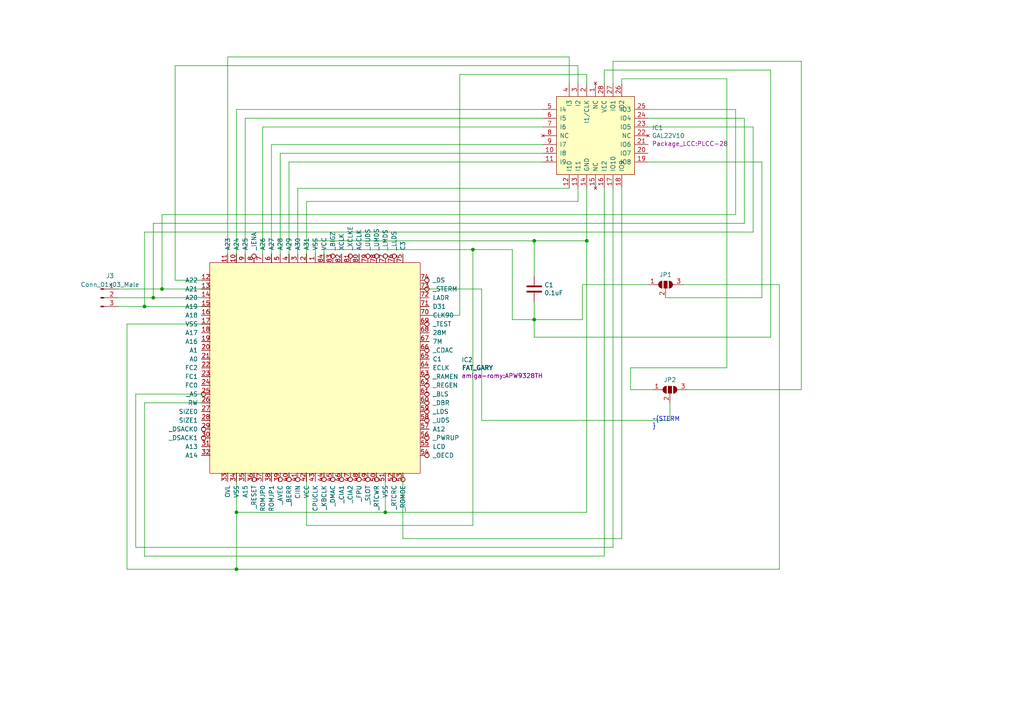
<source format=kicad_sch>
(kicad_sch (version 20210406) (generator eeschema)
  (paper "A4")
  (title_block (title "A4K Romy replacement") (date "2020-08-29") (rev "A") (company "https://amiga.technology/") (comment 4 "Re-implementation of A4k ROMY"))
  (lib_symbols
    (symbol "Connector:Conn_01x03_Male" (pin_names (offset 1.016) hide)
      (property "Reference" "J" (at 0 5.08 0))
      (property "Value" "Conn_01x03_Male" (at 0 -5.08 0))
      (symbol "Conn_01x03_Male_1_1"
        (rectangle (start 0.8636 -2.413) (end 0 -2.667) (stroke (width 0.1524)) (fill (type outline)))
        (rectangle (start 0.8636 0.127) (end 0 -0.127) (stroke (width 0.1524)) (fill (type outline)))
        (rectangle (start 0.8636 2.667) (end 0 2.413) (stroke (width 0.1524)) (fill (type outline)))
        (polyline (pts (xy 1.27 -2.54) (xy 0.8636 -2.54)) (stroke (width 0.1524)))
        (polyline (pts (xy 1.27 0) (xy 0.8636 0)) (stroke (width 0.1524)))
        (polyline (pts (xy 1.27 2.54) (xy 0.8636 2.54)) (stroke (width 0.1524)))
        (pin passive line (at 5.08 2.54 180) (length 3.81) (name "Pin_1") (number "1"))
        (pin passive line (at 5.08 0 180) (length 3.81) (name "Pin_2") (number "2"))
        (pin passive line (at 5.08 -2.54 180) (length 3.81) (name "Pin_3") (number "3"))
      )
    )
    (symbol "Device:C" (pin_numbers hide) (pin_names (offset 0.254))
      (property "Reference" "C" (at 0.635 2.54 0))
      (property "Value" "C" (at 0.635 -2.54 0))
      (symbol "C_0_1"
        (polyline (pts (xy -2.032 -0.762) (xy 2.032 -0.762)) (stroke (width 0.508)))
        (polyline (pts (xy -2.032 0.762) (xy 2.032 0.762)) (stroke (width 0.508)))
      )
      (symbol "C_1_1"
        (pin passive line (at 0 3.81 270) (length 2.794) (name "~") (number "1"))
        (pin passive line (at 0 -3.81 90) (length 2.794) (name "~") (number "2"))
      )
    )
    (symbol "Jumper:SolderJumper_3_Open" (pin_names (offset 0) hide)
      (property "Reference" "JP" (at -2.54 -2.54 0))
      (property "Value" "SolderJumper_3_Open" (at 0 2.794 0))
      (symbol "SolderJumper_3_Open_0_1"
        (arc (start -1.016 1.016) (end -1.016 -1.016) (radius (at -1.016 0) (length 1.016) (angles 90.1 -90.1)))
        (arc (start 1.016 -1.016) (end 1.016 1.016) (radius (at 1.016 0) (length 1.016) (angles -89.9 89.9)))
        (arc (start -1.016 1.016) (end -1.016 -1.016) (radius (at -1.016 0) (length 1.016) (angles 90.1 -90.1)) (fill (type outline)))
        (arc (start 1.016 -1.016) (end 1.016 1.016) (radius (at 1.016 0) (length 1.016) (angles -89.9 89.9)) (fill (type outline)))
        (rectangle (start -0.508 1.016) (end 0.508 -1.016) (fill (type outline)))
        (polyline (pts (xy -2.54 0) (xy -2.032 0)))
        (polyline (pts (xy -1.016 1.016) (xy -1.016 -1.016)))
        (polyline (pts (xy 0 -1.27) (xy 0 -1.016)))
        (polyline (pts (xy 1.016 1.016) (xy 1.016 -1.016)))
        (polyline (pts (xy 2.54 0) (xy 2.032 0)))
      )
      (symbol "SolderJumper_3_Open_1_1"
        (pin passive line (at -5.08 0 0) (length 2.54) (name "A") (number "1"))
        (pin input line (at 0 -3.81 90) (length 2.54) (name "C") (number "2"))
        (pin passive line (at 5.08 0 180) (length 2.54) (name "B") (number "3"))
      )
    )
    (symbol "amiga-chips:FAT_GARY" (pin_names (offset 1.016))
      (property "Reference" "U" (at 0 -1.27 0))
      (property "Value" "FAT_GARY" (at 0 1.27 0))
      (symbol "FAT_GARY_0_0"
        (pin power_in line (at 0 30.48 90) (length 2.54) (name "VSS") (number "1"))
        (pin bidirectional line (at -22.86 30.48 90) (length 2.54) (name "A24") (number "10"))
        (pin input line (at -25.4 30.48 90) (length 2.54) (name "A23") (number "11"))
        (pin input line (at -30.48 25.4 180) (length 2.54) (name "A22") (number "12"))
        (pin input line (at -30.48 22.86 180) (length 2.54) (name "A21") (number "13"))
        (pin input line (at -30.48 20.32 180) (length 2.54) (name "A20") (number "14"))
        (pin input line (at -30.48 17.78 180) (length 2.54) (name "A19") (number "15"))
        (pin input line (at -30.48 15.24 180) (length 2.54) (name "A18") (number "16"))
        (pin power_in line (at -30.48 12.7 180) (length 2.54) (name "VSS") (number "17"))
        (pin input line (at -30.48 10.16 180) (length 2.54) (name "A17") (number "18"))
        (pin input line (at -30.48 7.62 180) (length 2.54) (name "A16") (number "19"))
        (pin bidirectional line (at -2.54 30.48 90) (length 2.54) (name "A31") (number "2"))
        (pin input line (at -30.48 5.08 180) (length 2.54) (name "A1") (number "20"))
        (pin input line (at -30.48 2.54 180) (length 2.54) (name "A0") (number "21"))
        (pin input line (at -30.48 0 180) (length 2.54) (name "FC2") (number "22"))
        (pin input line (at -30.48 -2.54 180) (length 2.54) (name "FC1") (number "23"))
        (pin input line (at -30.48 -5.08 180) (length 2.54) (name "FC0") (number "24"))
        (pin input inverted (at -30.48 -7.62 180) (length 2.54) (name "_AS") (number "25"))
        (pin input line (at -30.48 -10.16 180) (length 2.54) (name "RW") (number "26"))
        (pin input line (at -30.48 -12.7 180) (length 2.54) (name "SIZE0") (number "27"))
        (pin input line (at -30.48 -15.24 180) (length 2.54) (name "SIZE1") (number "28"))
        (pin output inverted (at -30.48 -17.78 180) (length 2.54) (name "_DSACK0") (number "29"))
        (pin bidirectional line (at -5.08 30.48 90) (length 2.54) (name "A30") (number "3"))
        (pin output inverted (at -30.48 -20.32 180) (length 2.54) (name "_DSACK1") (number "30"))
        (pin input line (at -30.48 -22.86 180) (length 2.54) (name "A13") (number "31"))
        (pin input line (at -30.48 -25.4 180) (length 2.54) (name "A14") (number "32"))
        (pin input line (at -25.4 -30.48 270) (length 2.54) (name "OVL") (number "33"))
        (pin power_in line (at -22.86 -30.48 270) (length 2.54) (name "VSS") (number "34"))
        (pin input line (at -20.32 -30.48 270) (length 2.54) (name "A15") (number "35"))
        (pin bidirectional inverted (at -17.78 -30.48 270) (length 2.54) (name "_RESET") (number "36"))
        (pin input line (at -15.24 -30.48 270) (length 2.54) (name "ROMJP0") (number "37"))
        (pin input line (at -12.7 -30.48 270) (length 2.54) (name "ROMJP1") (number "38"))
        (pin output inverted (at -10.16 -30.48 270) (length 2.54) (name "_AVEC") (number "39"))
        (pin bidirectional line (at -7.62 30.48 90) (length 2.54) (name "A29") (number "4"))
        (pin output inverted (at -7.62 -30.48 270) (length 2.54) (name "_BERR") (number "40"))
        (pin output inverted (at -5.08 -30.48 270) (length 2.54) (name "CIIN") (number "41"))
        (pin power_in line (at -2.54 -30.48 270) (length 2.54) (name "VCC") (number "42"))
        (pin input line (at 0 -30.48 270) (length 2.54) (name "CPUCLK") (number "43"))
        (pin input inverted (at 2.54 -30.48 270) (length 2.54) (name "_KBCLK") (number "44"))
        (pin output inverted (at 5.08 -30.48 270) (length 2.54) (name "_DMAC") (number "45"))
        (pin output inverted (at 7.62 -30.48 270) (length 2.54) (name "_CIA1") (number "46"))
        (pin output inverted (at 10.16 -30.48 270) (length 2.54) (name "_CIA2") (number "47"))
        (pin output inverted (at 12.7 -30.48 270) (length 2.54) (name "_FPU") (number "48"))
        (pin output inverted (at 15.24 -30.48 270) (length 2.54) (name "_SLOT") (number "49"))
        (pin bidirectional line (at -10.16 30.48 90) (length 2.54) (name "A28") (number "5"))
        (pin output inverted (at 17.78 -30.48 270) (length 2.54) (name "_RTCWR") (number "50"))
        (pin power_in line (at 20.32 -30.48 270) (length 2.54) (name "VSS") (number "51"))
        (pin output inverted (at 22.86 -30.48 270) (length 2.54) (name "_RTCRC") (number "52"))
        (pin output inverted (at 25.4 -30.48 270) (length 2.54) (name "_ROMOE") (number "53"))
        (pin output inverted (at 30.48 -25.4 0) (length 2.54) (name "_OECD") (number "54"))
        (pin output line (at 30.48 -22.86 0) (length 2.54) (name "LCD") (number "55"))
        (pin input inverted (at 30.48 -20.32 0) (length 2.54) (name "_PWRUP") (number "56"))
        (pin input line (at 30.48 -17.78 0) (length 2.54) (name "A12") (number "57"))
        (pin output inverted (at 30.48 -15.24 0) (length 2.54) (name "_UDS") (number "58"))
        (pin output inverted (at 30.48 -12.7 0) (length 2.54) (name "_LDS") (number "59"))
        (pin bidirectional line (at -12.7 30.48 90) (length 2.54) (name "A27") (number "6"))
        (pin input inverted (at 30.48 -10.16 0) (length 2.54) (name "_DBR") (number "60"))
        (pin output inverted (at 30.48 -7.62 0) (length 2.54) (name "_BLS") (number "61"))
        (pin output inverted (at 30.48 -5.08 0) (length 2.54) (name "_REGEN") (number "62"))
        (pin output inverted (at 30.48 -2.54 0) (length 2.54) (name "_RAMEN") (number "63"))
        (pin output line (at 30.48 0 0) (length 2.54) (name "ECLK") (number "64"))
        (pin input line (at 30.48 2.54 0) (length 2.54) (name "C1") (number "65"))
        (pin input inverted (at 30.48 5.08 0) (length 2.54) (name "_CDAC") (number "66"))
        (pin input line (at 30.48 7.62 0) (length 2.54) (name "7M") (number "67"))
        (pin input line (at 30.48 10.16 0) (length 2.54) (name "28M") (number "68"))
        (pin input inverted (at 30.48 12.7 0) (length 2.54) (name "_TEST") (number "69"))
        (pin bidirectional line (at -15.24 30.48 90) (length 2.54) (name "A26") (number "7"))
        (pin input line (at 30.48 15.24 0) (length 2.54) (name "CLK90") (number "70"))
        (pin bidirectional line (at 30.48 17.78 0) (length 2.54) (name "D31") (number "71"))
        (pin output line (at 30.48 20.32 0) (length 2.54) (name "LADR") (number "72"))
        (pin output inverted (at 30.48 22.86 0) (length 2.54) (name "_STERM") (number "73"))
        (pin input inverted (at 30.48 25.4 0) (length 2.54) (name "_DS") (number "74"))
        (pin input line (at 25.4 30.48 90) (length 2.54) (name "C3") (number "75"))
        (pin output inverted (at 22.86 30.48 90) (length 2.54) (name "_LLDS") (number "76"))
        (pin output inverted (at 20.32 30.48 90) (length 2.54) (name "_LMDS") (number "77"))
        (pin output inverted (at 17.78 30.48 90) (length 2.54) (name "_UMDS") (number "78"))
        (pin output inverted (at 15.24 30.48 90) (length 2.54) (name "_UUDS") (number "79"))
        (pin output inverted (at -17.78 30.48 90) (length 2.54) (name "_IENA") (number "8"))
        (pin output line (at 12.7 30.48 90) (length 2.54) (name "AGCLK") (number "80"))
        (pin input inverted (at 10.16 30.48 90) (length 2.54) (name "_XCLKE") (number "81"))
        (pin input line (at 7.62 30.48 90) (length 2.54) (name "XCLK") (number "82"))
        (pin input inverted (at 5.08 30.48 90) (length 2.54) (name "_BIGZ") (number "83"))
        (pin power_in line (at 2.54 30.48 90) (length 2.54) (name "VCC") (number "84"))
        (pin bidirectional line (at -20.32 30.48 90) (length 2.54) (name "A25") (number "9"))
      )
      (symbol "FAT_GARY_0_1"
        (rectangle (start -30.5816 -30.5816) (end 30.4292 30.48) (fill (type background)))
      )
    )
    (symbol "amiga-chips:GAL22V10" (pin_names (offset 1.016))
      (property "Reference" "U" (at -2.54 -2.54 0))
      (property "Value" "GAL22V10" (at -4.572 0 0))
      (symbol "GAL22V10_0_0"
        (pin input line (at -15.24 -5.08 0) (length 3.81) (name "I8") (number "10"))
        (pin tri_state line (at 15.24 -5.08 180) (length 3.81) (name "IO7") (number "20"))
      )
      (symbol "GAL22V10_0_1"
        (rectangle (start -11.3284 11.3792) (end 11.3284 -11.2776) (fill (type background)))
      )
      (symbol "GAL22V10_1_1"
        (pin no_connect line (at 0 15.24 270) (length 3.81) (name "NC") (number "1"))
        (pin input line (at -15.24 -7.62 0) (length 3.81) (name "I9") (number "11"))
        (pin input line (at -7.62 -15.24 90) (length 3.81) (name "I10") (number "12"))
        (pin input line (at -5.08 -15.24 90) (length 3.81) (name "I11") (number "13"))
        (pin power_in line (at -2.54 -15.24 90) (length 3.81) (name "GND") (number "14"))
        (pin no_connect line (at 0 -15.24 90) (length 3.81) (name "NC") (number "15"))
        (pin input line (at 2.54 -15.24 90) (length 3.81) (name "I12") (number "16"))
        (pin tri_state line (at 5.08 -15.24 90) (length 3.81) (name "IO10") (number "17"))
        (pin tri_state line (at 7.62 -15.24 90) (length 3.81) (name "IO9") (number "18"))
        (pin tri_state line (at 15.24 -7.62 180) (length 3.81) (name "IO8") (number "19"))
        (pin input line (at -2.54 15.24 270) (length 3.81) (name "I1/CLK") (number "2"))
        (pin tri_state line (at 15.24 -2.54 180) (length 3.81) (name "IO6") (number "21"))
        (pin no_connect line (at 15.24 0 180) (length 3.81) (name "NC") (number "22"))
        (pin tri_state line (at 15.24 2.54 180) (length 3.81) (name "IO5") (number "23"))
        (pin tri_state line (at 15.24 5.08 180) (length 3.81) (name "IO4") (number "24"))
        (pin tri_state line (at 15.24 7.62 180) (length 3.81) (name "IO3") (number "25"))
        (pin tri_state line (at 7.62 15.24 270) (length 3.81) (name "IO2") (number "26"))
        (pin tri_state line (at 5.08 15.24 270) (length 3.81) (name "IO1") (number "27"))
        (pin power_in line (at 2.54 15.24 270) (length 3.81) (name "VCC") (number "28"))
        (pin input line (at -5.08 15.24 270) (length 3.81) (name "I2") (number "3"))
        (pin input line (at -7.62 15.24 270) (length 3.81) (name "I3") (number "4"))
        (pin input line (at -15.24 7.62 0) (length 3.81) (name "I4") (number "5"))
        (pin input line (at -15.24 5.08 0) (length 3.81) (name "I5") (number "6"))
        (pin input line (at -15.24 2.54 0) (length 3.81) (name "I6") (number "7"))
        (pin no_connect line (at -15.24 0 0) (length 3.81) (name "NC") (number "8"))
        (pin input line (at -15.24 -2.54 0) (length 3.81) (name "I7") (number "9"))
      )
    )
  )
  (junction (at 41.91 88.9) (diameter 0.9144))
  (junction (at 44.45 86.36) (diameter 0.9144))
  (junction (at 46.99 83.82) (diameter 0.9144))
  (junction (at 68.58 148.59) (diameter 0.9144))
  (junction (at 68.58 165.1) (diameter 0.9144))
  (junction (at 111.76 148.59) (diameter 0.9144))
  (junction (at 137.16 72.39) (diameter 0.9144))
  (junction (at 154.94 69.85) (diameter 0.9144))
  (junction (at 154.94 92.71) (diameter 0.9144))
  (junction (at 170.18 69.85) (diameter 0.9144))
  (wire (pts (xy 34.29 83.82) (xy 46.99 83.82)))
  (wire (pts (xy 34.29 86.36) (xy 44.45 86.36)))
  (wire (pts (xy 34.29 88.9) (xy 41.91 88.9)))
  (wire (pts (xy 36.83 93.98) (xy 60.96 93.98)))
  (wire (pts (xy 36.83 165.1) (xy 36.83 93.98)))
  (wire (pts (xy 39.37 114.3) (xy 60.96 114.3)))
  (wire (pts (xy 39.37 158.75) (xy 39.37 114.3)))
  (wire (pts (xy 41.91 67.31) (xy 41.91 88.9)))
  (wire (pts (xy 41.91 88.9) (xy 60.96 88.9)))
  (wire (pts (xy 41.91 116.84) (xy 60.96 116.84)))
  (wire (pts (xy 41.91 161.29) (xy 41.91 116.84)))
  (wire (pts (xy 44.45 64.77) (xy 44.45 86.36)))
  (wire (pts (xy 44.45 86.36) (xy 60.96 86.36)))
  (wire (pts (xy 46.99 62.23) (xy 46.99 83.82)))
  (wire (pts (xy 46.99 83.82) (xy 60.96 83.82)))
  (wire (pts (xy 50.8 19.05) (xy 50.8 81.28)))
  (wire (pts (xy 50.8 81.28) (xy 60.96 81.28)))
  (wire (pts (xy 66.04 16.51) (xy 66.04 76.2)))
  (wire (pts (xy 68.58 31.75) (xy 68.58 76.2)))
  (wire (pts (xy 68.58 137.16) (xy 68.58 148.59)))
  (wire (pts (xy 68.58 148.59) (xy 68.58 165.1)))
  (wire (pts (xy 68.58 165.1) (xy 36.83 165.1)))
  (wire (pts (xy 71.12 34.29) (xy 71.12 76.2)))
  (wire (pts (xy 76.2 36.83) (xy 76.2 76.2)))
  (wire (pts (xy 78.74 41.91) (xy 78.74 76.2)))
  (wire (pts (xy 81.28 44.45) (xy 81.28 76.2)))
  (wire (pts (xy 83.82 46.99) (xy 83.82 76.2)))
  (wire (pts (xy 86.36 54.61) (xy 86.36 76.2)))
  (wire (pts (xy 88.9 58.42) (xy 88.9 76.2)))
  (wire (pts (xy 88.9 152.4) (xy 88.9 137.16)))
  (wire (pts (xy 91.44 69.85) (xy 154.94 69.85)))
  (wire (pts (xy 91.44 76.2) (xy 91.44 69.85)))
  (wire (pts (xy 93.98 72.39) (xy 137.16 72.39)))
  (wire (pts (xy 93.98 76.2) (xy 93.98 72.39)))
  (wire (pts (xy 111.76 148.59) (xy 68.58 148.59)))
  (wire (pts (xy 111.76 148.59) (xy 111.76 137.16)))
  (wire (pts (xy 116.84 156.21) (xy 116.84 137.16)))
  (wire (pts (xy 121.92 83.82) (xy 139.7 83.82)))
  (wire (pts (xy 133.35 21.59) (xy 133.35 91.44)))
  (wire (pts (xy 133.35 91.44) (xy 121.92 91.44)))
  (wire (pts (xy 137.16 72.39) (xy 137.16 152.4)))
  (wire (pts (xy 137.16 72.39) (xy 148.59 72.39)))
  (wire (pts (xy 137.16 152.4) (xy 88.9 152.4)))
  (wire (pts (xy 139.7 83.82) (xy 139.7 121.92)))
  (wire (pts (xy 139.7 121.92) (xy 194.31 121.92)))
  (wire (pts (xy 148.59 72.39) (xy 148.59 92.71)))
  (wire (pts (xy 148.59 92.71) (xy 154.94 92.71)))
  (wire (pts (xy 154.94 69.85) (xy 154.94 80.01)))
  (wire (pts (xy 154.94 69.85) (xy 170.18 69.85)))
  (wire (pts (xy 154.94 92.71) (xy 154.94 87.63)))
  (wire (pts (xy 154.94 92.71) (xy 168.91 92.71)))
  (wire (pts (xy 154.94 97.79) (xy 154.94 92.71)))
  (wire (pts (xy 157.48 31.75) (xy 68.58 31.75)))
  (wire (pts (xy 157.48 34.29) (xy 71.12 34.29)))
  (wire (pts (xy 157.48 36.83) (xy 76.2 36.83)))
  (wire (pts (xy 157.48 41.91) (xy 78.74 41.91)))
  (wire (pts (xy 157.48 44.45) (xy 81.28 44.45)))
  (wire (pts (xy 157.48 46.99) (xy 83.82 46.99)))
  (wire (pts (xy 165.1 16.51) (xy 66.04 16.51)))
  (wire (pts (xy 165.1 24.13) (xy 165.1 16.51)))
  (wire (pts (xy 165.1 54.61) (xy 86.36 54.61)))
  (wire (pts (xy 167.64 19.05) (xy 50.8 19.05)))
  (wire (pts (xy 167.64 24.13) (xy 167.64 19.05)))
  (wire (pts (xy 167.64 54.61) (xy 167.64 58.42)))
  (wire (pts (xy 167.64 58.42) (xy 88.9 58.42)))
  (wire (pts (xy 168.91 82.55) (xy 187.96 82.55)))
  (wire (pts (xy 168.91 92.71) (xy 168.91 82.55)))
  (wire (pts (xy 170.18 21.59) (xy 133.35 21.59)))
  (wire (pts (xy 170.18 24.13) (xy 170.18 21.59)))
  (wire (pts (xy 170.18 54.61) (xy 170.18 69.85)))
  (wire (pts (xy 170.18 69.85) (xy 170.18 148.59)))
  (wire (pts (xy 170.18 148.59) (xy 111.76 148.59)))
  (wire (pts (xy 175.26 20.32) (xy 223.52 20.32)))
  (wire (pts (xy 175.26 24.13) (xy 175.26 20.32)))
  (wire (pts (xy 175.26 54.61) (xy 175.26 161.29)))
  (wire (pts (xy 175.26 161.29) (xy 41.91 161.29)))
  (wire (pts (xy 177.8 17.78) (xy 232.41 17.78)))
  (wire (pts (xy 177.8 24.13) (xy 177.8 17.78)))
  (wire (pts (xy 177.8 54.61) (xy 177.8 158.75)))
  (wire (pts (xy 177.8 158.75) (xy 39.37 158.75)))
  (wire (pts (xy 180.34 22.86) (xy 210.82 22.86)))
  (wire (pts (xy 180.34 24.13) (xy 180.34 22.86)))
  (wire (pts (xy 180.34 54.61) (xy 180.34 156.21)))
  (wire (pts (xy 180.34 156.21) (xy 116.84 156.21)))
  (wire (pts (xy 182.88 106.68) (xy 182.88 113.03)))
  (wire (pts (xy 182.88 113.03) (xy 189.23 113.03)))
  (wire (pts (xy 187.96 31.75) (xy 213.36 31.75)))
  (wire (pts (xy 187.96 34.29) (xy 215.9 34.29)))
  (wire (pts (xy 187.96 36.83) (xy 218.44 36.83)))
  (wire (pts (xy 193.04 86.36) (xy 220.98 86.36)))
  (wire (pts (xy 194.31 121.92) (xy 194.31 116.84)))
  (wire (pts (xy 198.12 82.55) (xy 226.06 82.55)))
  (wire (pts (xy 210.82 22.86) (xy 210.82 106.68)))
  (wire (pts (xy 210.82 106.68) (xy 182.88 106.68)))
  (wire (pts (xy 213.36 31.75) (xy 213.36 62.23)))
  (wire (pts (xy 213.36 62.23) (xy 46.99 62.23)))
  (wire (pts (xy 215.9 34.29) (xy 215.9 64.77)))
  (wire (pts (xy 215.9 64.77) (xy 44.45 64.77)))
  (wire (pts (xy 218.44 36.83) (xy 218.44 67.31)))
  (wire (pts (xy 218.44 67.31) (xy 41.91 67.31)))
  (wire (pts (xy 220.98 46.99) (xy 187.96 46.99)))
  (wire (pts (xy 220.98 86.36) (xy 220.98 46.99)))
  (wire (pts (xy 223.52 20.32) (xy 223.52 97.79)))
  (wire (pts (xy 223.52 97.79) (xy 154.94 97.79)))
  (wire (pts (xy 226.06 82.55) (xy 226.06 165.1)))
  (wire (pts (xy 226.06 165.1) (xy 68.58 165.1)))
  (wire (pts (xy 232.41 17.78) (xy 232.41 113.03)))
  (wire (pts (xy 232.41 113.03) (xy 199.39 113.03)))
  (text "~STERM\n" (at 189.23 124.46 0) (effects (font (size 1.27 1.27)) (justify left bottom)))
  (symbol (lib_id "Connector:Conn_01x03_Male") (at 29.21 86.36 0) (unit 1)
    (property "Reference" "J3" (at 31.9024 80.01 0))
    (property "Value" "Conn_01x03_Male" (at 31.9024 82.55 0))
    (property "Footprint" "Connector_PinHeader_2.54mm:PinHeader_1x03_P2.54mm_Horizontal" (effects hide))
  )
  (symbol (lib_id "Device:C") (at 154.94 83.82 0) (unit 1)
    (property "Reference" "C1" (at 157.861 82.6516 0) (effects (justify left)))
    (property "Value" "0.1uF" (at 157.861 84.963 0) (effects (justify left)))
    (property "Footprint" "Capacitor_SMD:C_0805_2012Metric_Pad1.18x1.45mm_HandSolder" (effects hide))
  )
  (symbol (lib_id "Jumper:SolderJumper_3_Open") (at 193.04 82.55 0) (unit 1)
    (property "Reference" "JP1" (at 193.04 79.6798 0))
    (property "Value" "SolderJumper_3_Open" (effects hide))
    (property "Footprint" "Jumper:SolderJumper-3_P1.3mm_Open_Pad1.0x1.5mm_NumberLabels" (effects hide))
  )
  (symbol (lib_id "Jumper:SolderJumper_3_Open") (at 194.31 113.03 0) (unit 1)
    (property "Reference" "JP2" (at 194.31 110.1598 0))
    (property "Value" "SolderJumper_3_Open" (effects hide))
    (property "Footprint" "Jumper:SolderJumper-3_P1.3mm_Open_Pad1.0x1.5mm_NumberLabels" (effects hide))
  )
  (symbol (lib_id "amiga-chips:GAL22V10") (at 172.72 39.37 0) (unit 1)
    (property "Reference" "IC1" (at 189.0776 37.0586 0) (effects (justify left)))
    (property "Value" "GAL22V10" (at 189.0776 39.37 0) (effects (justify left)))
    (property "Footprint" "Package_LCC:PLCC-28" (at 189.0776 41.6814 0) (effects (justify left)))
  )
  (symbol (lib_id "amiga-chips:FAT_GARY") (at 91.44 106.68 0) (unit 1)
    (property "Reference" "IC2" (at 133.8326 104.3686 0) (effects (justify left)))
    (property "Value" "FAT_GARY" (at 133.8326 106.68 0) (effects (font bold) (justify left)))
    (property "Footprint" "amiga-romy:APW9328TH" (at 133.8326 108.9914 0) (effects (justify left)))
  )
)
</source>
